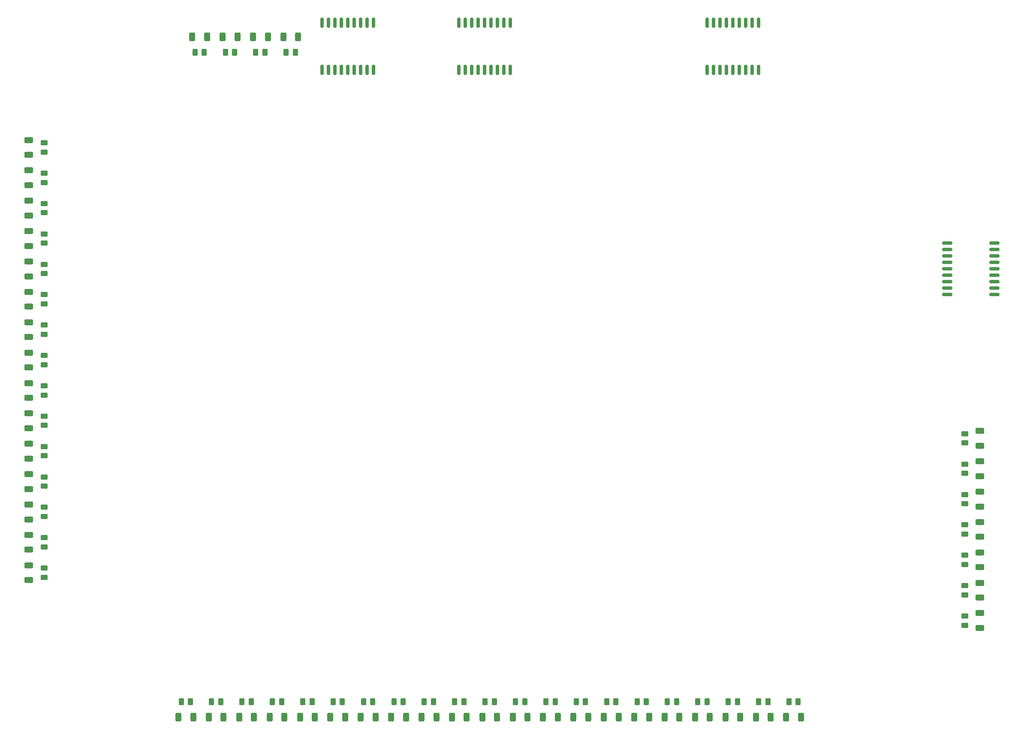
<source format=gbr>
%TF.GenerationSoftware,KiCad,Pcbnew,(6.0.9)*%
%TF.CreationDate,2023-01-18T11:33:35+02:00*%
%TF.ProjectId,SilosProject02,53696c6f-7350-4726-9f6a-65637430322e,rev?*%
%TF.SameCoordinates,Original*%
%TF.FileFunction,Paste,Bot*%
%TF.FilePolarity,Positive*%
%FSLAX46Y46*%
G04 Gerber Fmt 4.6, Leading zero omitted, Abs format (unit mm)*
G04 Created by KiCad (PCBNEW (6.0.9)) date 2023-01-18 11:33:35*
%MOMM*%
%LPD*%
G01*
G04 APERTURE LIST*
G04 Aperture macros list*
%AMRoundRect*
0 Rectangle with rounded corners*
0 $1 Rounding radius*
0 $2 $3 $4 $5 $6 $7 $8 $9 X,Y pos of 4 corners*
0 Add a 4 corners polygon primitive as box body*
4,1,4,$2,$3,$4,$5,$6,$7,$8,$9,$2,$3,0*
0 Add four circle primitives for the rounded corners*
1,1,$1+$1,$2,$3*
1,1,$1+$1,$4,$5*
1,1,$1+$1,$6,$7*
1,1,$1+$1,$8,$9*
0 Add four rect primitives between the rounded corners*
20,1,$1+$1,$2,$3,$4,$5,0*
20,1,$1+$1,$4,$5,$6,$7,0*
20,1,$1+$1,$6,$7,$8,$9,0*
20,1,$1+$1,$8,$9,$2,$3,0*%
G04 Aperture macros list end*
%ADD10RoundRect,0.250000X-0.625000X0.312500X-0.625000X-0.312500X0.625000X-0.312500X0.625000X0.312500X0*%
%ADD11RoundRect,0.250000X-0.450000X0.262500X-0.450000X-0.262500X0.450000X-0.262500X0.450000X0.262500X0*%
%ADD12RoundRect,0.250000X0.450000X-0.262500X0.450000X0.262500X-0.450000X0.262500X-0.450000X-0.262500X0*%
%ADD13RoundRect,0.250000X0.625000X-0.312500X0.625000X0.312500X-0.625000X0.312500X-0.625000X-0.312500X0*%
%ADD14RoundRect,0.250000X-0.262500X-0.450000X0.262500X-0.450000X0.262500X0.450000X-0.262500X0.450000X0*%
%ADD15RoundRect,0.250000X0.312500X0.625000X-0.312500X0.625000X-0.312500X-0.625000X0.312500X-0.625000X0*%
%ADD16RoundRect,0.250000X0.262500X0.450000X-0.262500X0.450000X-0.262500X-0.450000X0.262500X-0.450000X0*%
%ADD17RoundRect,0.250000X-0.312500X-0.625000X0.312500X-0.625000X0.312500X0.625000X-0.312500X0.625000X0*%
%ADD18RoundRect,0.150000X0.150000X-0.875000X0.150000X0.875000X-0.150000X0.875000X-0.150000X-0.875000X0*%
%ADD19RoundRect,0.150000X-0.875000X-0.150000X0.875000X-0.150000X0.875000X0.150000X-0.875000X0.150000X0*%
G04 APERTURE END LIST*
D10*
%TO.C,R20*%
X-472000000Y-512537500D03*
X-472000000Y-515462500D03*
%TD*%
%TO.C,R34*%
X-472000000Y-494537500D03*
X-472000000Y-497462500D03*
%TD*%
D11*
%TO.C,R218*%
X-287200000Y-528550000D03*
X-287200000Y-530375000D03*
%TD*%
D12*
%TO.C,R31*%
X-469000000Y-520912500D03*
X-469000000Y-519087500D03*
%TD*%
D13*
%TO.C,R223*%
X-284200000Y-530925000D03*
X-284200000Y-528000000D03*
%TD*%
D12*
%TO.C,R16*%
X-469000000Y-514912500D03*
X-469000000Y-513087500D03*
%TD*%
D13*
%TO.C,R237*%
X-284200000Y-524925000D03*
X-284200000Y-522000000D03*
%TD*%
D12*
%TO.C,R40*%
X-469000000Y-472912500D03*
X-469000000Y-471087500D03*
%TD*%
D11*
%TO.C,R246*%
X-287200000Y-516550000D03*
X-287200000Y-518375000D03*
%TD*%
D13*
%TO.C,R249*%
X-284200000Y-518925000D03*
X-284200000Y-516000000D03*
%TD*%
%TO.C,R209*%
X-284200000Y-536925000D03*
X-284200000Y-534000000D03*
%TD*%
D12*
%TO.C,R25*%
X-469000000Y-466912500D03*
X-469000000Y-465087500D03*
%TD*%
%TO.C,R46*%
X-469000000Y-526912500D03*
X-469000000Y-525087500D03*
%TD*%
%TO.C,R68*%
X-469000000Y-484912500D03*
X-469000000Y-483087500D03*
%TD*%
D13*
%TO.C,R165*%
X-284200000Y-554925000D03*
X-284200000Y-552000000D03*
%TD*%
D14*
%TO.C,R207*%
X-427187500Y-441200000D03*
X-425362500Y-441200000D03*
%TD*%
D10*
%TO.C,R33*%
X-472000000Y-464537500D03*
X-472000000Y-467462500D03*
%TD*%
D12*
%TO.C,R61*%
X-469000000Y-532912500D03*
X-469000000Y-531087500D03*
%TD*%
D15*
%TO.C,R224*%
X-430812500Y-438200000D03*
X-433737500Y-438200000D03*
%TD*%
D12*
%TO.C,R75*%
X-469000000Y-538912500D03*
X-469000000Y-537087500D03*
%TD*%
D16*
%TO.C,R81*%
X-398087500Y-569500000D03*
X-399912500Y-569500000D03*
%TD*%
%TO.C,R120*%
X-434087500Y-569500000D03*
X-435912500Y-569500000D03*
%TD*%
D17*
%TO.C,R128*%
X-436462500Y-572500000D03*
X-433537500Y-572500000D03*
%TD*%
%TO.C,R130*%
X-382462500Y-572500000D03*
X-379537500Y-572500000D03*
%TD*%
D16*
%TO.C,R108*%
X-410087500Y-569500000D03*
X-411912500Y-569500000D03*
%TD*%
%TO.C,R173*%
X-332087500Y-569500000D03*
X-333912500Y-569500000D03*
%TD*%
%TO.C,R126*%
X-380087500Y-569500000D03*
X-381912500Y-569500000D03*
%TD*%
D14*
%TO.C,R221*%
X-433187500Y-441200000D03*
X-431362500Y-441200000D03*
%TD*%
D11*
%TO.C,R232*%
X-287200000Y-522550000D03*
X-287200000Y-524375000D03*
%TD*%
D16*
%TO.C,R123*%
X-404087500Y-569500000D03*
X-405912500Y-569500000D03*
%TD*%
D10*
%TO.C,R18*%
X-472000000Y-458537500D03*
X-472000000Y-461462500D03*
%TD*%
%TO.C,R50*%
X-472000000Y-524537500D03*
X-472000000Y-527462500D03*
%TD*%
D11*
%TO.C,R204*%
X-287200000Y-534550000D03*
X-287200000Y-536375000D03*
%TD*%
D12*
%TO.C,R90*%
X-469000000Y-544912500D03*
X-469000000Y-543087500D03*
%TD*%
D11*
%TO.C,R176*%
X-287200000Y-546550000D03*
X-287200000Y-548375000D03*
%TD*%
D17*
%TO.C,R85*%
X-400462500Y-572500000D03*
X-397537500Y-572500000D03*
%TD*%
D12*
%TO.C,R28*%
X-469000000Y-496912500D03*
X-469000000Y-495087500D03*
%TD*%
D10*
%TO.C,R63*%
X-472000000Y-476537500D03*
X-472000000Y-479462500D03*
%TD*%
D16*
%TO.C,R158*%
X-338087500Y-569500000D03*
X-339912500Y-569500000D03*
%TD*%
%TO.C,R146*%
X-320087500Y-569500000D03*
X-321912500Y-569500000D03*
%TD*%
%TO.C,R78*%
X-422087500Y-569500000D03*
X-423912500Y-569500000D03*
%TD*%
%TO.C,R170*%
X-362087500Y-569500000D03*
X-363912500Y-569500000D03*
%TD*%
D17*
%TO.C,R84*%
X-424462500Y-572500000D03*
X-421537500Y-572500000D03*
%TD*%
D11*
%TO.C,R161*%
X-287200000Y-552550000D03*
X-287200000Y-554375000D03*
%TD*%
D12*
%TO.C,R10*%
X-469000000Y-460912500D03*
X-469000000Y-459087500D03*
%TD*%
D18*
%TO.C,U5*%
X-403920000Y-444650000D03*
X-405190000Y-444650000D03*
X-406460000Y-444650000D03*
X-407730000Y-444650000D03*
X-409000000Y-444650000D03*
X-410270000Y-444650000D03*
X-411540000Y-444650000D03*
X-412810000Y-444650000D03*
X-414080000Y-444650000D03*
X-414080000Y-435350000D03*
X-412810000Y-435350000D03*
X-411540000Y-435350000D03*
X-410270000Y-435350000D03*
X-409000000Y-435350000D03*
X-407730000Y-435350000D03*
X-406460000Y-435350000D03*
X-405190000Y-435350000D03*
X-403920000Y-435350000D03*
%TD*%
D11*
%TO.C,R191*%
X-287200000Y-540550000D03*
X-287200000Y-542375000D03*
%TD*%
D17*
%TO.C,R194*%
X-328462500Y-572500000D03*
X-325537500Y-572500000D03*
%TD*%
D18*
%TO.C,U4*%
X-376920000Y-444650000D03*
X-378190000Y-444650000D03*
X-379460000Y-444650000D03*
X-380730000Y-444650000D03*
X-382000000Y-444650000D03*
X-383270000Y-444650000D03*
X-384540000Y-444650000D03*
X-385810000Y-444650000D03*
X-387080000Y-444650000D03*
X-387080000Y-435350000D03*
X-385810000Y-435350000D03*
X-384540000Y-435350000D03*
X-383270000Y-435350000D03*
X-382000000Y-435350000D03*
X-380730000Y-435350000D03*
X-379460000Y-435350000D03*
X-378190000Y-435350000D03*
X-376920000Y-435350000D03*
%TD*%
D10*
%TO.C,R98*%
X-472000000Y-542537500D03*
X-472000000Y-545462500D03*
%TD*%
D17*
%TO.C,R115*%
X-388462500Y-572500000D03*
X-385537500Y-572500000D03*
%TD*%
%TO.C,R193*%
X-358462500Y-572500000D03*
X-355537500Y-572500000D03*
%TD*%
%TO.C,R100*%
X-394462500Y-572500000D03*
X-391537500Y-572500000D03*
%TD*%
D12*
%TO.C,R58*%
X-469000000Y-508912500D03*
X-469000000Y-507087500D03*
%TD*%
D16*
%TO.C,R96*%
X-392087500Y-569500000D03*
X-393912500Y-569500000D03*
%TD*%
D15*
%TO.C,R210*%
X-424812500Y-438200000D03*
X-427737500Y-438200000D03*
%TD*%
D16*
%TO.C,R188*%
X-326087500Y-569500000D03*
X-327912500Y-569500000D03*
%TD*%
%TO.C,R185*%
X-356087500Y-569500000D03*
X-357912500Y-569500000D03*
%TD*%
D17*
%TO.C,R149*%
X-346462500Y-572500000D03*
X-343537500Y-572500000D03*
%TD*%
D16*
%TO.C,R111*%
X-386087500Y-569500000D03*
X-387912500Y-569500000D03*
%TD*%
D13*
%TO.C,R180*%
X-284200000Y-548925000D03*
X-284200000Y-546000000D03*
%TD*%
D17*
%TO.C,R179*%
X-334462500Y-572500000D03*
X-331537500Y-572500000D03*
%TD*%
%TO.C,R178*%
X-364462500Y-572500000D03*
X-361537500Y-572500000D03*
%TD*%
%TO.C,R99*%
X-418462500Y-572500000D03*
X-415537500Y-572500000D03*
%TD*%
D16*
%TO.C,R155*%
X-368087500Y-569500000D03*
X-369912500Y-569500000D03*
%TD*%
D10*
%TO.C,R70*%
X-472000000Y-482537500D03*
X-472000000Y-485462500D03*
%TD*%
D18*
%TO.C,U2*%
X-327920000Y-444650000D03*
X-329190000Y-444650000D03*
X-330460000Y-444650000D03*
X-331730000Y-444650000D03*
X-333000000Y-444650000D03*
X-334270000Y-444650000D03*
X-335540000Y-444650000D03*
X-336810000Y-444650000D03*
X-338080000Y-444650000D03*
X-338080000Y-435350000D03*
X-336810000Y-435350000D03*
X-335540000Y-435350000D03*
X-334270000Y-435350000D03*
X-333000000Y-435350000D03*
X-331730000Y-435350000D03*
X-330460000Y-435350000D03*
X-329190000Y-435350000D03*
X-327920000Y-435350000D03*
%TD*%
D15*
%TO.C,R260*%
X-418812500Y-438200000D03*
X-421737500Y-438200000D03*
%TD*%
D17*
%TO.C,R163*%
X-370462500Y-572500000D03*
X-367537500Y-572500000D03*
%TD*%
D13*
%TO.C,R195*%
X-284200000Y-542925000D03*
X-284200000Y-540000000D03*
%TD*%
D17*
%TO.C,R114*%
X-412462500Y-572500000D03*
X-409537500Y-572500000D03*
%TD*%
D10*
%TO.C,R65*%
X-472000000Y-530537500D03*
X-472000000Y-533462500D03*
%TD*%
D14*
%TO.C,R257*%
X-421187500Y-441200000D03*
X-419362500Y-441200000D03*
%TD*%
D19*
%TO.C,U1*%
X-290650000Y-489080000D03*
X-290650000Y-487810000D03*
X-290650000Y-486540000D03*
X-290650000Y-485270000D03*
X-290650000Y-484000000D03*
X-290650000Y-482730000D03*
X-290650000Y-481460000D03*
X-290650000Y-480190000D03*
X-290650000Y-478920000D03*
X-281350000Y-478920000D03*
X-281350000Y-480190000D03*
X-281350000Y-481460000D03*
X-281350000Y-482730000D03*
X-281350000Y-484000000D03*
X-281350000Y-485270000D03*
X-281350000Y-486540000D03*
X-281350000Y-487810000D03*
X-281350000Y-489080000D03*
%TD*%
D12*
%TO.C,R55*%
X-469000000Y-478912500D03*
X-469000000Y-477087500D03*
%TD*%
D10*
%TO.C,R35*%
X-472000000Y-518537500D03*
X-472000000Y-521462500D03*
%TD*%
D15*
%TO.C,R238*%
X-436812500Y-438200000D03*
X-439737500Y-438200000D03*
%TD*%
D10*
%TO.C,R83*%
X-472000000Y-536537500D03*
X-472000000Y-539462500D03*
%TD*%
%TO.C,R64*%
X-472000000Y-506537500D03*
X-472000000Y-509462500D03*
%TD*%
D14*
%TO.C,R235*%
X-439187500Y-441200000D03*
X-437362500Y-441200000D03*
%TD*%
D10*
%TO.C,R49*%
X-472000000Y-500537500D03*
X-472000000Y-503462500D03*
%TD*%
D17*
%TO.C,R129*%
X-406462500Y-572500000D03*
X-403537500Y-572500000D03*
%TD*%
D16*
%TO.C,R93*%
X-416087500Y-569500000D03*
X-417912500Y-569500000D03*
%TD*%
D17*
%TO.C,R200*%
X-352462500Y-572500000D03*
X-349537500Y-572500000D03*
%TD*%
D16*
%TO.C,R198*%
X-350087500Y-569500000D03*
X-351912500Y-569500000D03*
%TD*%
D17*
%TO.C,R135*%
X-430462500Y-572500000D03*
X-427537500Y-572500000D03*
%TD*%
D16*
%TO.C,R143*%
X-344087500Y-569500000D03*
X-345912500Y-569500000D03*
%TD*%
%TO.C,R133*%
X-428087500Y-569500000D03*
X-429912500Y-569500000D03*
%TD*%
%TO.C,R140*%
X-374087500Y-569500000D03*
X-375912500Y-569500000D03*
%TD*%
D17*
%TO.C,R113*%
X-442462500Y-572500000D03*
X-439537500Y-572500000D03*
%TD*%
%TO.C,R148*%
X-376462500Y-572500000D03*
X-373537500Y-572500000D03*
%TD*%
D10*
%TO.C,R19*%
X-472000000Y-488537500D03*
X-472000000Y-491462500D03*
%TD*%
D12*
%TO.C,R43*%
X-469000000Y-502912500D03*
X-469000000Y-501087500D03*
%TD*%
%TO.C,R13*%
X-469000000Y-490912500D03*
X-469000000Y-489087500D03*
%TD*%
D17*
%TO.C,R150*%
X-322462500Y-572500000D03*
X-319537500Y-572500000D03*
%TD*%
D10*
%TO.C,R48*%
X-472000000Y-470537500D03*
X-472000000Y-473462500D03*
%TD*%
D16*
%TO.C,R105*%
X-440087500Y-569500000D03*
X-441912500Y-569500000D03*
%TD*%
D17*
%TO.C,R164*%
X-340462500Y-572500000D03*
X-337537500Y-572500000D03*
%TD*%
M02*

</source>
